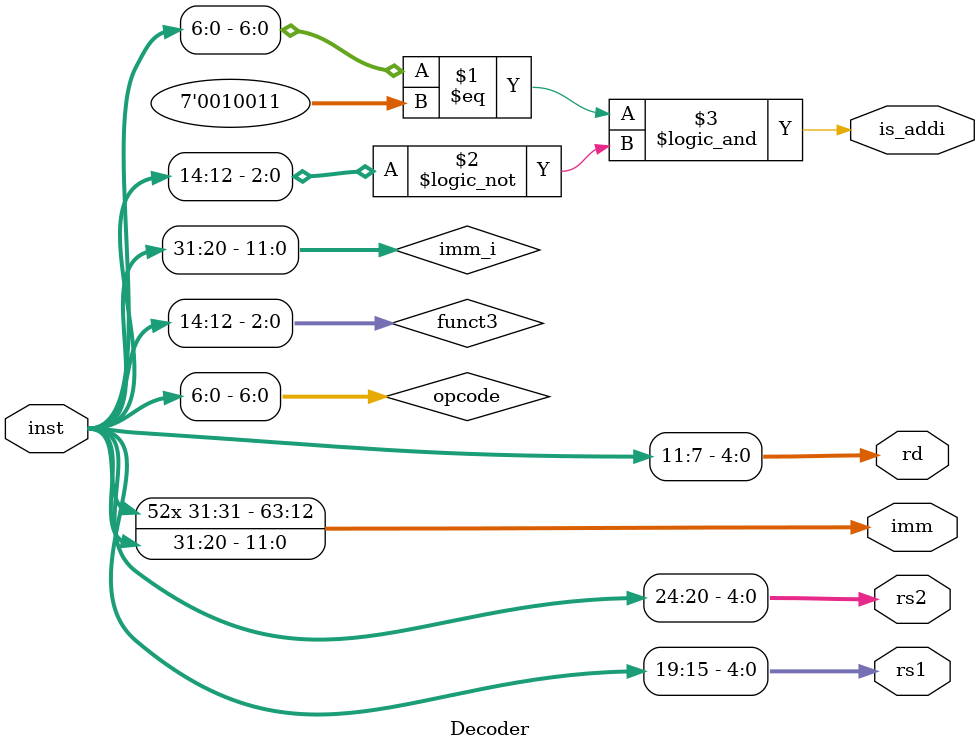
<source format=v>
module Decoder (
    input [31:0] inst,
    output [4:0] rs1,
    output [4:0] rs2,
    output [63:0] imm,
    output [4:0] rd,

    output is_addi
);

wire [6:0] opcode = inst[6:0];
assign rd = inst[11:7];
wire [2:0] funct3 = inst[14:12];
assign rs1 = inst[19:15];
assign rs2 = inst[24:20];
wire [11:0] imm_i = inst[31:20];

assign is_addi = (opcode == 7'b0010011) && (funct3 == 3'b000);

assign imm = {{52{imm_i[11]}}, imm_i};
endmodule

</source>
